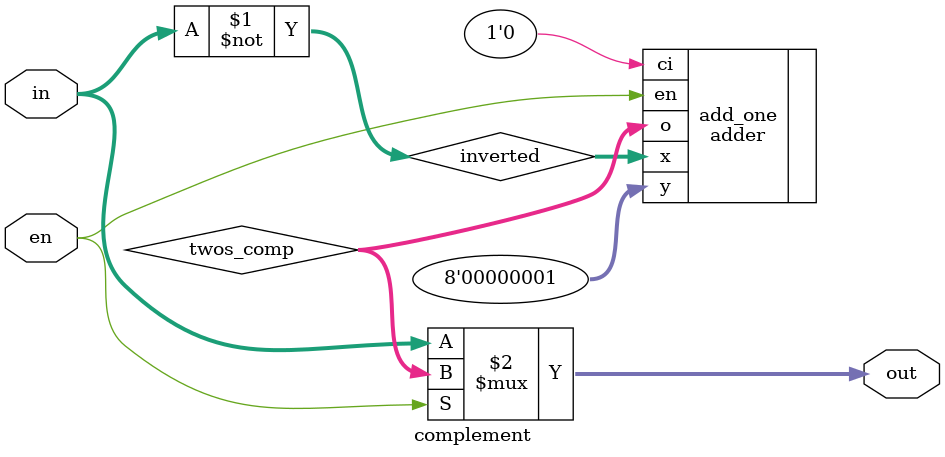
<source format=v>
module complement (
    input  wire [7:0] in,   // input number
    input  wire       en,   // enable: 1 to output complement, 0 to pass through
    output wire [7:0] out   // result: either in or ~in + 1
);

    wire [7:0] inverted;
    wire [7:0] twos_comp;
    wire       carry_dummy;

    // Bitwise inversion
    assign inverted = ~in;

    // Two's complement = ~in + 1
    adder add_one (
        .x(inverted),
        .y(8'b00000001),
        .ci(1'b0),
        .en(en),
        .o(twos_comp)
    );

    // Output selection
    assign out = en ? twos_comp : in;

endmodule


</source>
